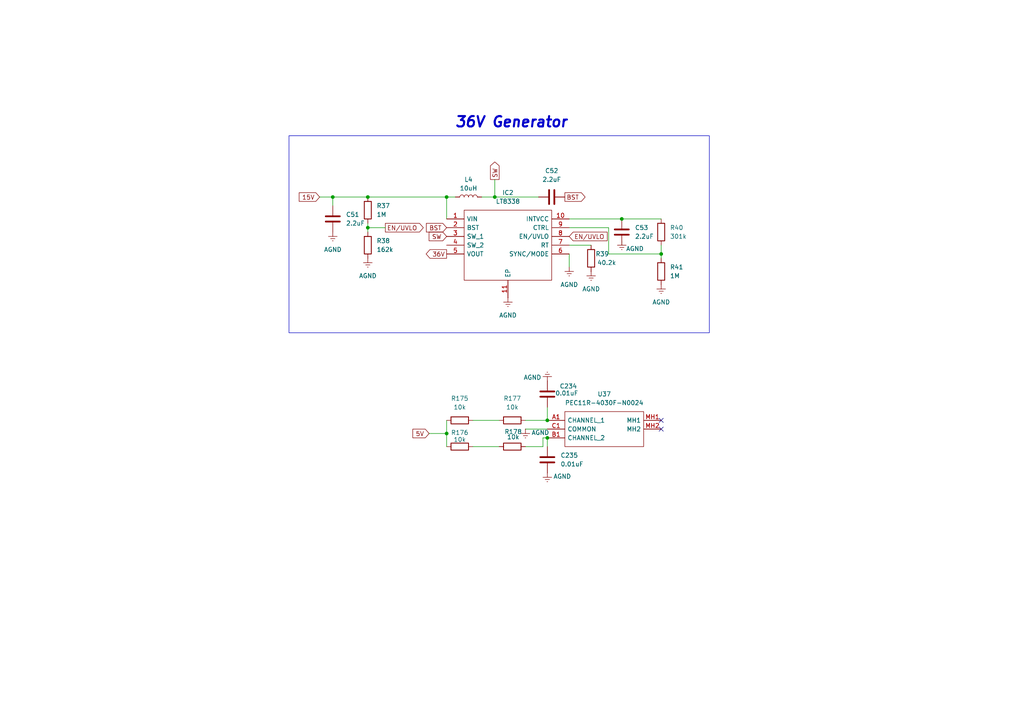
<source format=kicad_sch>
(kicad_sch
	(version 20231120)
	(generator "eeschema")
	(generator_version "8.0")
	(uuid "2b16cd04-988f-478a-8d1d-a3df4d9ab2d0")
	(paper "A4")
	(title_block
		(company "Michael Meyers")
	)
	(lib_symbols
		(symbol "Device:C"
			(pin_numbers hide)
			(pin_names
				(offset 0.254)
			)
			(exclude_from_sim no)
			(in_bom yes)
			(on_board yes)
			(property "Reference" "C"
				(at 0.635 2.54 0)
				(effects
					(font
						(size 1.27 1.27)
					)
					(justify left)
				)
			)
			(property "Value" "C"
				(at 0.635 -2.54 0)
				(effects
					(font
						(size 1.27 1.27)
					)
					(justify left)
				)
			)
			(property "Footprint" ""
				(at 0.9652 -3.81 0)
				(effects
					(font
						(size 1.27 1.27)
					)
					(hide yes)
				)
			)
			(property "Datasheet" "~"
				(at 0 0 0)
				(effects
					(font
						(size 1.27 1.27)
					)
					(hide yes)
				)
			)
			(property "Description" "Unpolarized capacitor"
				(at 0 0 0)
				(effects
					(font
						(size 1.27 1.27)
					)
					(hide yes)
				)
			)
			(property "ki_keywords" "cap capacitor"
				(at 0 0 0)
				(effects
					(font
						(size 1.27 1.27)
					)
					(hide yes)
				)
			)
			(property "ki_fp_filters" "C_*"
				(at 0 0 0)
				(effects
					(font
						(size 1.27 1.27)
					)
					(hide yes)
				)
			)
			(symbol "C_0_1"
				(polyline
					(pts
						(xy -2.032 -0.762) (xy 2.032 -0.762)
					)
					(stroke
						(width 0.508)
						(type default)
					)
					(fill
						(type none)
					)
				)
				(polyline
					(pts
						(xy -2.032 0.762) (xy 2.032 0.762)
					)
					(stroke
						(width 0.508)
						(type default)
					)
					(fill
						(type none)
					)
				)
			)
			(symbol "C_1_1"
				(pin passive line
					(at 0 3.81 270)
					(length 2.794)
					(name "~"
						(effects
							(font
								(size 1.27 1.27)
							)
						)
					)
					(number "1"
						(effects
							(font
								(size 1.27 1.27)
							)
						)
					)
				)
				(pin passive line
					(at 0 -3.81 90)
					(length 2.794)
					(name "~"
						(effects
							(font
								(size 1.27 1.27)
							)
						)
					)
					(number "2"
						(effects
							(font
								(size 1.27 1.27)
							)
						)
					)
				)
			)
		)
		(symbol "Device:L"
			(pin_numbers hide)
			(pin_names
				(offset 1.016) hide)
			(exclude_from_sim no)
			(in_bom yes)
			(on_board yes)
			(property "Reference" "L"
				(at -1.27 0 90)
				(effects
					(font
						(size 1.27 1.27)
					)
				)
			)
			(property "Value" "L"
				(at 1.905 0 90)
				(effects
					(font
						(size 1.27 1.27)
					)
				)
			)
			(property "Footprint" ""
				(at 0 0 0)
				(effects
					(font
						(size 1.27 1.27)
					)
					(hide yes)
				)
			)
			(property "Datasheet" "~"
				(at 0 0 0)
				(effects
					(font
						(size 1.27 1.27)
					)
					(hide yes)
				)
			)
			(property "Description" "Inductor"
				(at 0 0 0)
				(effects
					(font
						(size 1.27 1.27)
					)
					(hide yes)
				)
			)
			(property "ki_keywords" "inductor choke coil reactor magnetic"
				(at 0 0 0)
				(effects
					(font
						(size 1.27 1.27)
					)
					(hide yes)
				)
			)
			(property "ki_fp_filters" "Choke_* *Coil* Inductor_* L_*"
				(at 0 0 0)
				(effects
					(font
						(size 1.27 1.27)
					)
					(hide yes)
				)
			)
			(symbol "L_0_1"
				(arc
					(start 0 -2.54)
					(mid 0.6323 -1.905)
					(end 0 -1.27)
					(stroke
						(width 0)
						(type default)
					)
					(fill
						(type none)
					)
				)
				(arc
					(start 0 -1.27)
					(mid 0.6323 -0.635)
					(end 0 0)
					(stroke
						(width 0)
						(type default)
					)
					(fill
						(type none)
					)
				)
				(arc
					(start 0 0)
					(mid 0.6323 0.635)
					(end 0 1.27)
					(stroke
						(width 0)
						(type default)
					)
					(fill
						(type none)
					)
				)
				(arc
					(start 0 1.27)
					(mid 0.6323 1.905)
					(end 0 2.54)
					(stroke
						(width 0)
						(type default)
					)
					(fill
						(type none)
					)
				)
			)
			(symbol "L_1_1"
				(pin passive line
					(at 0 3.81 270)
					(length 1.27)
					(name "1"
						(effects
							(font
								(size 1.27 1.27)
							)
						)
					)
					(number "1"
						(effects
							(font
								(size 1.27 1.27)
							)
						)
					)
				)
				(pin passive line
					(at 0 -3.81 90)
					(length 1.27)
					(name "2"
						(effects
							(font
								(size 1.27 1.27)
							)
						)
					)
					(number "2"
						(effects
							(font
								(size 1.27 1.27)
							)
						)
					)
				)
			)
		)
		(symbol "Device:R"
			(pin_numbers hide)
			(pin_names
				(offset 0)
			)
			(exclude_from_sim no)
			(in_bom yes)
			(on_board yes)
			(property "Reference" "R"
				(at 2.032 0 90)
				(effects
					(font
						(size 1.27 1.27)
					)
				)
			)
			(property "Value" "R"
				(at 0 0 90)
				(effects
					(font
						(size 1.27 1.27)
					)
				)
			)
			(property "Footprint" ""
				(at -1.778 0 90)
				(effects
					(font
						(size 1.27 1.27)
					)
					(hide yes)
				)
			)
			(property "Datasheet" "~"
				(at 0 0 0)
				(effects
					(font
						(size 1.27 1.27)
					)
					(hide yes)
				)
			)
			(property "Description" "Resistor"
				(at 0 0 0)
				(effects
					(font
						(size 1.27 1.27)
					)
					(hide yes)
				)
			)
			(property "ki_keywords" "R res resistor"
				(at 0 0 0)
				(effects
					(font
						(size 1.27 1.27)
					)
					(hide yes)
				)
			)
			(property "ki_fp_filters" "R_*"
				(at 0 0 0)
				(effects
					(font
						(size 1.27 1.27)
					)
					(hide yes)
				)
			)
			(symbol "R_0_1"
				(rectangle
					(start -1.016 -2.54)
					(end 1.016 2.54)
					(stroke
						(width 0.254)
						(type default)
					)
					(fill
						(type none)
					)
				)
			)
			(symbol "R_1_1"
				(pin passive line
					(at 0 3.81 270)
					(length 1.27)
					(name "~"
						(effects
							(font
								(size 1.27 1.27)
							)
						)
					)
					(number "1"
						(effects
							(font
								(size 1.27 1.27)
							)
						)
					)
				)
				(pin passive line
					(at 0 -3.81 90)
					(length 1.27)
					(name "~"
						(effects
							(font
								(size 1.27 1.27)
							)
						)
					)
					(number "2"
						(effects
							(font
								(size 1.27 1.27)
							)
						)
					)
				)
			)
		)
		(symbol "SamacSys_Parts:PEC11R-4030F-N0024"
			(pin_names
				(offset 0.762)
			)
			(exclude_from_sim no)
			(in_bom yes)
			(on_board yes)
			(property "Reference" "U"
				(at 29.21 7.62 0)
				(effects
					(font
						(size 1.27 1.27)
					)
					(justify left)
				)
			)
			(property "Value" "PEC11R-4030F-N0024"
				(at 29.21 5.08 0)
				(effects
					(font
						(size 1.27 1.27)
					)
					(justify left)
				)
			)
			(property "Footprint" "PEC11R4030FN0024"
				(at 29.21 2.54 0)
				(effects
					(font
						(size 1.27 1.27)
					)
					(justify left)
					(hide yes)
				)
			)
			(property "Datasheet" "https://www.bourns.com/docs/Product-Datasheets/PEC11R.pdf"
				(at 29.21 0 0)
				(effects
					(font
						(size 1.27 1.27)
					)
					(justify left)
					(hide yes)
				)
			)
			(property "Description" "Rotary Encoder Mechanical 24 Quadrature (Incremental) Vertical 6mm Dia Flatted End"
				(at 0 0 0)
				(effects
					(font
						(size 1.27 1.27)
					)
					(hide yes)
				)
			)
			(property "Description_1" "Rotary Encoder Mechanical 24 Quadrature (Incremental) Vertical 6mm Dia Flatted End"
				(at 29.21 -2.54 0)
				(effects
					(font
						(size 1.27 1.27)
					)
					(justify left)
					(hide yes)
				)
			)
			(property "Height" "36.5"
				(at 29.21 -5.08 0)
				(effects
					(font
						(size 1.27 1.27)
					)
					(justify left)
					(hide yes)
				)
			)
			(property "Manufacturer_Name" "Bourns"
				(at 29.21 -7.62 0)
				(effects
					(font
						(size 1.27 1.27)
					)
					(justify left)
					(hide yes)
				)
			)
			(property "Manufacturer_Part_Number" "PEC11R-4030F-N0024"
				(at 29.21 -10.16 0)
				(effects
					(font
						(size 1.27 1.27)
					)
					(justify left)
					(hide yes)
				)
			)
			(property "Mouser Part Number" "652-PEC11R4030FN0024"
				(at 29.21 -12.7 0)
				(effects
					(font
						(size 1.27 1.27)
					)
					(justify left)
					(hide yes)
				)
			)
			(property "Mouser Price/Stock" "https://www.mouser.co.uk/ProductDetail/Bourns/PEC11R-4030F-N0024?qs=Zq5ylnUbLm5njkyDtMH5bA%3D%3D"
				(at 29.21 -15.24 0)
				(effects
					(font
						(size 1.27 1.27)
					)
					(justify left)
					(hide yes)
				)
			)
			(property "Arrow Part Number" ""
				(at 29.21 -17.78 0)
				(effects
					(font
						(size 1.27 1.27)
					)
					(justify left)
					(hide yes)
				)
			)
			(property "Arrow Price/Stock" ""
				(at 29.21 -20.32 0)
				(effects
					(font
						(size 1.27 1.27)
					)
					(justify left)
					(hide yes)
				)
			)
			(symbol "PEC11R-4030F-N0024_0_0"
				(pin passive line
					(at 0 0 0)
					(length 5.08)
					(name "CHANNEL_1"
						(effects
							(font
								(size 1.27 1.27)
							)
						)
					)
					(number "A1"
						(effects
							(font
								(size 1.27 1.27)
							)
						)
					)
				)
				(pin passive line
					(at 0 -5.08 0)
					(length 5.08)
					(name "CHANNEL_2"
						(effects
							(font
								(size 1.27 1.27)
							)
						)
					)
					(number "B1"
						(effects
							(font
								(size 1.27 1.27)
							)
						)
					)
				)
				(pin passive line
					(at 0 -2.54 0)
					(length 5.08)
					(name "COMMON"
						(effects
							(font
								(size 1.27 1.27)
							)
						)
					)
					(number "C1"
						(effects
							(font
								(size 1.27 1.27)
							)
						)
					)
				)
				(pin passive line
					(at 33.02 0 180)
					(length 5.08)
					(name "MH1"
						(effects
							(font
								(size 1.27 1.27)
							)
						)
					)
					(number "MH1"
						(effects
							(font
								(size 1.27 1.27)
							)
						)
					)
				)
				(pin passive line
					(at 33.02 -2.54 180)
					(length 5.08)
					(name "MH2"
						(effects
							(font
								(size 1.27 1.27)
							)
						)
					)
					(number "MH2"
						(effects
							(font
								(size 1.27 1.27)
							)
						)
					)
				)
			)
			(symbol "PEC11R-4030F-N0024_0_1"
				(polyline
					(pts
						(xy 5.08 2.54) (xy 27.94 2.54) (xy 27.94 -7.62) (xy 5.08 -7.62) (xy 5.08 2.54)
					)
					(stroke
						(width 0.1524)
						(type solid)
					)
					(fill
						(type none)
					)
				)
			)
		)
		(symbol "SamacSys_Parts:lt8338"
			(pin_names
				(offset 0.762)
			)
			(exclude_from_sim no)
			(in_bom yes)
			(on_board yes)
			(property "Reference" "IC"
				(at 31.75 7.62 0)
				(effects
					(font
						(size 1.27 1.27)
					)
					(justify left)
				)
			)
			(property "Value" "lt8338"
				(at 31.75 5.08 0)
				(effects
					(font
						(size 1.27 1.27)
					)
					(justify left)
				)
			)
			(property "Footprint" "SOP50P490X110-11N"
				(at 31.75 2.54 0)
				(effects
					(font
						(size 1.27 1.27)
					)
					(justify left)
					(hide yes)
				)
			)
			(property "Datasheet" "https://www.analog.com/media/en/technical-documentation/data-sheets/lt8338.pdf"
				(at 31.75 0 0)
				(effects
					(font
						(size 1.27 1.27)
					)
					(justify left)
					(hide yes)
				)
			)
			(property "Description" "Wide Input Voltage Range: 3.0V to 40V"
				(at 0 0 0)
				(effects
					(font
						(size 1.27 1.27)
					)
					(hide yes)
				)
			)
			(property "Description_1" "Wide Input Voltage Range: 3.0V to 40V"
				(at 31.75 -2.54 0)
				(effects
					(font
						(size 1.27 1.27)
					)
					(justify left)
					(hide yes)
				)
			)
			(property "Height" "1.1"
				(at 31.75 -5.08 0)
				(effects
					(font
						(size 1.27 1.27)
					)
					(justify left)
					(hide yes)
				)
			)
			(property "Manufacturer_Name" "Analog Devices"
				(at 31.75 -7.62 0)
				(effects
					(font
						(size 1.27 1.27)
					)
					(justify left)
					(hide yes)
				)
			)
			(property "Manufacturer_Part_Number" "lt8338"
				(at 31.75 -10.16 0)
				(effects
					(font
						(size 1.27 1.27)
					)
					(justify left)
					(hide yes)
				)
			)
			(property "Mouser Part Number" "N/A"
				(at 31.75 -12.7 0)
				(effects
					(font
						(size 1.27 1.27)
					)
					(justify left)
					(hide yes)
				)
			)
			(property "Mouser Price/Stock" "https://www.mouser.co.uk/ProductDetail/Analog-Devices/LT8338?qs=Imq1NPwxi76sIOAVJWs6LA%3D%3D"
				(at 31.75 -15.24 0)
				(effects
					(font
						(size 1.27 1.27)
					)
					(justify left)
					(hide yes)
				)
			)
			(property "Arrow Part Number" ""
				(at 31.75 -17.78 0)
				(effects
					(font
						(size 1.27 1.27)
					)
					(justify left)
					(hide yes)
				)
			)
			(property "Arrow Price/Stock" ""
				(at 31.75 -20.32 0)
				(effects
					(font
						(size 1.27 1.27)
					)
					(justify left)
					(hide yes)
				)
			)
			(symbol "lt8338_0_0"
				(pin passive line
					(at 0 0 0)
					(length 5.08)
					(name "VIN"
						(effects
							(font
								(size 1.27 1.27)
							)
						)
					)
					(number "1"
						(effects
							(font
								(size 1.27 1.27)
							)
						)
					)
				)
				(pin passive line
					(at 35.56 0 180)
					(length 5.08)
					(name "INTVCC"
						(effects
							(font
								(size 1.27 1.27)
							)
						)
					)
					(number "10"
						(effects
							(font
								(size 1.27 1.27)
							)
						)
					)
				)
				(pin passive line
					(at 17.78 -22.86 90)
					(length 5.08)
					(name "EP"
						(effects
							(font
								(size 1.27 1.27)
							)
						)
					)
					(number "11"
						(effects
							(font
								(size 1.27 1.27)
							)
						)
					)
				)
				(pin passive line
					(at 0 -2.54 0)
					(length 5.08)
					(name "BST"
						(effects
							(font
								(size 1.27 1.27)
							)
						)
					)
					(number "2"
						(effects
							(font
								(size 1.27 1.27)
							)
						)
					)
				)
				(pin passive line
					(at 0 -5.08 0)
					(length 5.08)
					(name "SW_1"
						(effects
							(font
								(size 1.27 1.27)
							)
						)
					)
					(number "3"
						(effects
							(font
								(size 1.27 1.27)
							)
						)
					)
				)
				(pin passive line
					(at 0 -7.62 0)
					(length 5.08)
					(name "SW_2"
						(effects
							(font
								(size 1.27 1.27)
							)
						)
					)
					(number "4"
						(effects
							(font
								(size 1.27 1.27)
							)
						)
					)
				)
				(pin passive line
					(at 0 -10.16 0)
					(length 5.08)
					(name "VOUT"
						(effects
							(font
								(size 1.27 1.27)
							)
						)
					)
					(number "5"
						(effects
							(font
								(size 1.27 1.27)
							)
						)
					)
				)
				(pin passive line
					(at 35.56 -10.16 180)
					(length 5.08)
					(name "SYNC/MODE"
						(effects
							(font
								(size 1.27 1.27)
							)
						)
					)
					(number "6"
						(effects
							(font
								(size 1.27 1.27)
							)
						)
					)
				)
				(pin passive line
					(at 35.56 -7.62 180)
					(length 5.08)
					(name "RT"
						(effects
							(font
								(size 1.27 1.27)
							)
						)
					)
					(number "7"
						(effects
							(font
								(size 1.27 1.27)
							)
						)
					)
				)
				(pin passive line
					(at 35.56 -5.08 180)
					(length 5.08)
					(name "EN/UVLO"
						(effects
							(font
								(size 1.27 1.27)
							)
						)
					)
					(number "8"
						(effects
							(font
								(size 1.27 1.27)
							)
						)
					)
				)
				(pin passive line
					(at 35.56 -2.54 180)
					(length 5.08)
					(name "CTRL"
						(effects
							(font
								(size 1.27 1.27)
							)
						)
					)
					(number "9"
						(effects
							(font
								(size 1.27 1.27)
							)
						)
					)
				)
			)
			(symbol "lt8338_0_1"
				(polyline
					(pts
						(xy 5.08 2.54) (xy 30.48 2.54) (xy 30.48 -17.78) (xy 5.08 -17.78) (xy 5.08 2.54)
					)
					(stroke
						(width 0.1524)
						(type solid)
					)
					(fill
						(type none)
					)
				)
			)
		)
		(symbol "power:Earth"
			(power)
			(pin_numbers hide)
			(pin_names
				(offset 0) hide)
			(exclude_from_sim no)
			(in_bom yes)
			(on_board yes)
			(property "Reference" "#PWR"
				(at 0 -6.35 0)
				(effects
					(font
						(size 1.27 1.27)
					)
					(hide yes)
				)
			)
			(property "Value" "Earth"
				(at 0 -3.81 0)
				(effects
					(font
						(size 1.27 1.27)
					)
				)
			)
			(property "Footprint" ""
				(at 0 0 0)
				(effects
					(font
						(size 1.27 1.27)
					)
					(hide yes)
				)
			)
			(property "Datasheet" "~"
				(at 0 0 0)
				(effects
					(font
						(size 1.27 1.27)
					)
					(hide yes)
				)
			)
			(property "Description" "Power symbol creates a global label with name \"Earth\""
				(at 0 0 0)
				(effects
					(font
						(size 1.27 1.27)
					)
					(hide yes)
				)
			)
			(property "ki_keywords" "global ground gnd"
				(at 0 0 0)
				(effects
					(font
						(size 1.27 1.27)
					)
					(hide yes)
				)
			)
			(symbol "Earth_0_1"
				(polyline
					(pts
						(xy -0.635 -1.905) (xy 0.635 -1.905)
					)
					(stroke
						(width 0)
						(type default)
					)
					(fill
						(type none)
					)
				)
				(polyline
					(pts
						(xy -0.127 -2.54) (xy 0.127 -2.54)
					)
					(stroke
						(width 0)
						(type default)
					)
					(fill
						(type none)
					)
				)
				(polyline
					(pts
						(xy 0 -1.27) (xy 0 0)
					)
					(stroke
						(width 0)
						(type default)
					)
					(fill
						(type none)
					)
				)
				(polyline
					(pts
						(xy 1.27 -1.27) (xy -1.27 -1.27)
					)
					(stroke
						(width 0)
						(type default)
					)
					(fill
						(type none)
					)
				)
			)
			(symbol "Earth_1_1"
				(pin power_in line
					(at 0 0 270)
					(length 0)
					(name "~"
						(effects
							(font
								(size 1.27 1.27)
							)
						)
					)
					(number "1"
						(effects
							(font
								(size 1.27 1.27)
							)
						)
					)
				)
			)
		)
	)
	(junction
		(at 158.75 127)
		(diameter 0)
		(color 0 0 0 0)
		(uuid "0328b810-08bc-427c-a06f-8eb30d39108c")
	)
	(junction
		(at 158.75 121.92)
		(diameter 0)
		(color 0 0 0 0)
		(uuid "06df12c2-e00b-4866-a8c7-c3add4b2bca4")
	)
	(junction
		(at 106.68 66.04)
		(diameter 0)
		(color 0 0 0 0)
		(uuid "16ba7351-16cb-4af5-8898-07acd0efd546")
	)
	(junction
		(at 180.34 63.5)
		(diameter 0)
		(color 0 0 0 0)
		(uuid "1e58d081-272a-4d3c-adc2-1a802b1b6faa")
	)
	(junction
		(at 143.51 57.15)
		(diameter 0)
		(color 0 0 0 0)
		(uuid "20ddcb6d-82e2-4eac-9954-87294f58a6c8")
	)
	(junction
		(at 191.77 73.66)
		(diameter 0)
		(color 0 0 0 0)
		(uuid "25b088a0-ed5e-4ee2-a193-e56196e44282")
	)
	(junction
		(at 96.52 57.15)
		(diameter 0)
		(color 0 0 0 0)
		(uuid "8f2388b9-97fb-4a3a-8d1f-f6658a508297")
	)
	(junction
		(at 129.54 57.15)
		(diameter 0)
		(color 0 0 0 0)
		(uuid "c566d882-d117-4864-8e8e-34f6b7b99786")
	)
	(junction
		(at 129.54 125.73)
		(diameter 0)
		(color 0 0 0 0)
		(uuid "ed0eace2-10b6-421d-82cf-82b469e983f7")
	)
	(junction
		(at 106.68 57.15)
		(diameter 0)
		(color 0 0 0 0)
		(uuid "f7b929ec-5de3-475a-b7b2-43df07c20cf3")
	)
	(no_connect
		(at 191.77 121.92)
		(uuid "4631376e-7d26-4e9d-bb70-230a39001fdc")
	)
	(no_connect
		(at 191.77 124.46)
		(uuid "7c36c596-8bea-4792-9908-f57f7e1c7c37")
	)
	(wire
		(pts
			(xy 157.48 129.54) (xy 157.48 127)
		)
		(stroke
			(width 0)
			(type default)
		)
		(uuid "00425676-c7eb-4584-90ea-d07fda1e1500")
	)
	(wire
		(pts
			(xy 165.1 73.66) (xy 165.1 77.47)
		)
		(stroke
			(width 0)
			(type default)
		)
		(uuid "01336c44-472a-4a40-ae7c-a57305cfb2c3")
	)
	(wire
		(pts
			(xy 139.7 57.15) (xy 143.51 57.15)
		)
		(stroke
			(width 0)
			(type default)
		)
		(uuid "13cd4fdd-e126-4a49-a884-07307ce2493a")
	)
	(wire
		(pts
			(xy 165.1 66.04) (xy 176.53 66.04)
		)
		(stroke
			(width 0)
			(type default)
		)
		(uuid "181bb77e-da54-4c6d-9b35-e9e509c32f0a")
	)
	(wire
		(pts
			(xy 96.52 57.15) (xy 106.68 57.15)
		)
		(stroke
			(width 0)
			(type default)
		)
		(uuid "1bd4b056-4392-47cc-95fc-576a8fd91cd4")
	)
	(wire
		(pts
			(xy 180.34 63.5) (xy 191.77 63.5)
		)
		(stroke
			(width 0)
			(type default)
		)
		(uuid "264d897e-07cf-41c9-85a8-90a21c598fa8")
	)
	(wire
		(pts
			(xy 129.54 57.15) (xy 129.54 63.5)
		)
		(stroke
			(width 0)
			(type default)
		)
		(uuid "2cd502fb-521d-40b3-bb8d-f770348064ff")
	)
	(wire
		(pts
			(xy 106.68 66.04) (xy 106.68 67.31)
		)
		(stroke
			(width 0)
			(type default)
		)
		(uuid "30a2863c-f87d-468e-a886-9dcf7839efe9")
	)
	(wire
		(pts
			(xy 191.77 73.66) (xy 191.77 74.93)
		)
		(stroke
			(width 0)
			(type default)
		)
		(uuid "344820a4-25b8-4e47-bd73-4cc8736ea2b2")
	)
	(wire
		(pts
			(xy 106.68 66.04) (xy 111.76 66.04)
		)
		(stroke
			(width 0)
			(type default)
		)
		(uuid "66d3a610-2c63-4b0e-934d-9f4ab4ca23cc")
	)
	(wire
		(pts
			(xy 129.54 57.15) (xy 132.08 57.15)
		)
		(stroke
			(width 0)
			(type default)
		)
		(uuid "6a634fff-b09e-4321-bec9-57d940df8dcb")
	)
	(wire
		(pts
			(xy 165.1 63.5) (xy 180.34 63.5)
		)
		(stroke
			(width 0)
			(type default)
		)
		(uuid "72191fa2-68c3-4554-8f9f-66cd700043a9")
	)
	(wire
		(pts
			(xy 129.54 125.73) (xy 129.54 129.54)
		)
		(stroke
			(width 0)
			(type default)
		)
		(uuid "79deecaf-b691-4181-9d9f-4cde0d0454ec")
	)
	(wire
		(pts
			(xy 180.34 69.85) (xy 180.34 71.12)
		)
		(stroke
			(width 0)
			(type default)
		)
		(uuid "7d48b2f6-0f51-40b6-a2d9-233a94527558")
	)
	(wire
		(pts
			(xy 165.1 71.12) (xy 171.45 71.12)
		)
		(stroke
			(width 0)
			(type default)
		)
		(uuid "7d5d0fec-e3bc-4e86-9285-ef9eb49bf319")
	)
	(wire
		(pts
			(xy 143.51 52.07) (xy 143.51 57.15)
		)
		(stroke
			(width 0)
			(type default)
		)
		(uuid "80cac8bb-747c-45bd-bab4-b0dfc18315fd")
	)
	(wire
		(pts
			(xy 152.4 129.54) (xy 157.48 129.54)
		)
		(stroke
			(width 0)
			(type default)
		)
		(uuid "8d24fad0-7ec8-4a01-9f59-2b48aea148de")
	)
	(wire
		(pts
			(xy 137.16 121.92) (xy 144.78 121.92)
		)
		(stroke
			(width 0)
			(type default)
		)
		(uuid "93869dc8-ae89-40e0-be76-d07871107824")
	)
	(wire
		(pts
			(xy 96.52 57.15) (xy 96.52 59.69)
		)
		(stroke
			(width 0)
			(type default)
		)
		(uuid "9b6730e1-754a-4410-8d78-a573756b03e3")
	)
	(wire
		(pts
			(xy 191.77 71.12) (xy 191.77 73.66)
		)
		(stroke
			(width 0)
			(type default)
		)
		(uuid "a4d064e6-0d29-4c81-9959-06098c43dcdd")
	)
	(wire
		(pts
			(xy 106.68 57.15) (xy 129.54 57.15)
		)
		(stroke
			(width 0)
			(type default)
		)
		(uuid "ac68dc4c-5087-48f6-9ef1-0ef05990aa21")
	)
	(wire
		(pts
			(xy 176.53 73.66) (xy 191.77 73.66)
		)
		(stroke
			(width 0)
			(type default)
		)
		(uuid "b0212a8b-8954-4e39-9361-4bbc82c2486c")
	)
	(wire
		(pts
			(xy 106.68 64.77) (xy 106.68 66.04)
		)
		(stroke
			(width 0)
			(type default)
		)
		(uuid "b3d42d3d-75e5-49a2-a083-4fed84ec10eb")
	)
	(wire
		(pts
			(xy 152.4 121.92) (xy 158.75 121.92)
		)
		(stroke
			(width 0)
			(type default)
		)
		(uuid "b5027457-06a7-46c0-9e8b-3da63de83203")
	)
	(wire
		(pts
			(xy 176.53 66.04) (xy 176.53 73.66)
		)
		(stroke
			(width 0)
			(type default)
		)
		(uuid "b7b8619a-e080-487c-aef0-22a819494a68")
	)
	(wire
		(pts
			(xy 137.16 129.54) (xy 144.78 129.54)
		)
		(stroke
			(width 0)
			(type default)
		)
		(uuid "d89e2c16-2635-4155-b75d-6d7bebf18efb")
	)
	(wire
		(pts
			(xy 92.71 57.15) (xy 96.52 57.15)
		)
		(stroke
			(width 0)
			(type default)
		)
		(uuid "d952269c-d655-4b7b-bcd5-9364278069ac")
	)
	(wire
		(pts
			(xy 158.75 127) (xy 158.75 129.54)
		)
		(stroke
			(width 0)
			(type default)
		)
		(uuid "d9f54e2d-d62e-44e1-bed8-5410c677396a")
	)
	(wire
		(pts
			(xy 129.54 125.73) (xy 129.54 121.92)
		)
		(stroke
			(width 0)
			(type default)
		)
		(uuid "dad3ffd8-3fe4-43a9-bd16-48b05bc1b1f3")
	)
	(wire
		(pts
			(xy 158.75 118.11) (xy 158.75 121.92)
		)
		(stroke
			(width 0)
			(type default)
		)
		(uuid "e0cf1681-a661-472b-b3e8-2c577063b205")
	)
	(wire
		(pts
			(xy 157.48 127) (xy 158.75 127)
		)
		(stroke
			(width 0)
			(type default)
		)
		(uuid "e935d35d-bc51-4c74-8bda-5eac0cc3ed01")
	)
	(wire
		(pts
			(xy 152.4 124.46) (xy 158.75 124.46)
		)
		(stroke
			(width 0)
			(type default)
		)
		(uuid "eb96dd21-432f-4b30-8dbf-0f73611cd1a2")
	)
	(wire
		(pts
			(xy 143.51 57.15) (xy 156.21 57.15)
		)
		(stroke
			(width 0)
			(type default)
		)
		(uuid "f7ac992c-a18d-4b57-8b65-0e3bc3abefc0")
	)
	(wire
		(pts
			(xy 124.46 125.73) (xy 129.54 125.73)
		)
		(stroke
			(width 0)
			(type default)
		)
		(uuid "fbe42a6b-0d24-4ffc-beaa-6f567a2fe903")
	)
	(rectangle
		(start 83.82 39.37)
		(end 205.74 96.52)
		(stroke
			(width 0)
			(type default)
		)
		(fill
			(type none)
		)
		(uuid ad00ccf8-00a2-4068-89b0-70f93891d087)
	)
	(text "36V Generator"
		(exclude_from_sim no)
		(at 148.336 35.56 0)
		(effects
			(font
				(size 3 3)
				(thickness 0.6)
				(bold yes)
				(italic yes)
			)
		)
		(uuid "7f0305ee-f431-4160-aba5-3ffbf40ca7cf")
	)
	(global_label "36V"
		(shape output)
		(at 129.54 73.66 180)
		(fields_autoplaced yes)
		(effects
			(font
				(size 1.27 1.27)
			)
			(justify right)
		)
		(uuid "07163eef-3b10-4398-ad84-c1288e228bbe")
		(property "Intersheetrefs" "${INTERSHEET_REFS}"
			(at 123.0472 73.66 0)
			(effects
				(font
					(size 1.27 1.27)
				)
				(justify right)
				(hide yes)
			)
		)
	)
	(global_label "BST"
		(shape output)
		(at 163.83 57.15 0)
		(fields_autoplaced yes)
		(effects
			(font
				(size 1.27 1.27)
			)
			(justify left)
		)
		(uuid "1c36d0a3-e9ca-4838-8a33-af82ca3816fe")
		(property "Intersheetrefs" "${INTERSHEET_REFS}"
			(at 170.2623 57.15 0)
			(effects
				(font
					(size 1.27 1.27)
				)
				(justify left)
				(hide yes)
			)
		)
	)
	(global_label "EN{slash}UVLO"
		(shape input)
		(at 165.1 68.58 0)
		(fields_autoplaced yes)
		(effects
			(font
				(size 1.27 1.27)
			)
			(justify left)
		)
		(uuid "3149d7cf-9ad3-4274-8db1-cc7372cf83ab")
		(property "Intersheetrefs" "${INTERSHEET_REFS}"
			(at 176.6729 68.58 0)
			(effects
				(font
					(size 1.27 1.27)
				)
				(justify left)
				(hide yes)
			)
		)
	)
	(global_label "SW"
		(shape output)
		(at 143.51 52.07 90)
		(fields_autoplaced yes)
		(effects
			(font
				(size 1.27 1.27)
			)
			(justify left)
		)
		(uuid "321c7f2c-3a97-44bd-8179-dcac783e17cf")
		(property "Intersheetrefs" "${INTERSHEET_REFS}"
			(at 143.51 46.4239 90)
			(effects
				(font
					(size 1.27 1.27)
				)
				(justify left)
				(hide yes)
			)
		)
	)
	(global_label "EN{slash}UVLO"
		(shape output)
		(at 111.76 66.04 0)
		(fields_autoplaced yes)
		(effects
			(font
				(size 1.27 1.27)
			)
			(justify left)
		)
		(uuid "46051fec-63db-4519-b1d9-f51fd78204e2")
		(property "Intersheetrefs" "${INTERSHEET_REFS}"
			(at 123.3329 66.04 0)
			(effects
				(font
					(size 1.27 1.27)
				)
				(justify left)
				(hide yes)
			)
		)
	)
	(global_label "BST"
		(shape input)
		(at 129.54 66.04 180)
		(fields_autoplaced yes)
		(effects
			(font
				(size 1.27 1.27)
			)
			(justify right)
		)
		(uuid "99bfc85e-a577-4599-9d0a-0e7d9357f9c1")
		(property "Intersheetrefs" "${INTERSHEET_REFS}"
			(at 123.1077 66.04 0)
			(effects
				(font
					(size 1.27 1.27)
				)
				(justify right)
				(hide yes)
			)
		)
	)
	(global_label "SW"
		(shape input)
		(at 129.54 68.58 180)
		(fields_autoplaced yes)
		(effects
			(font
				(size 1.27 1.27)
			)
			(justify right)
		)
		(uuid "bfc8363a-844b-4c23-bca3-34d43cfbc849")
		(property "Intersheetrefs" "${INTERSHEET_REFS}"
			(at 123.8939 68.58 0)
			(effects
				(font
					(size 1.27 1.27)
				)
				(justify right)
				(hide yes)
			)
		)
	)
	(global_label "5V"
		(shape input)
		(at 124.46 125.73 180)
		(fields_autoplaced yes)
		(effects
			(font
				(size 1.27 1.27)
			)
			(justify right)
		)
		(uuid "eb9301ab-f9c7-4666-8a89-9b666ccf6013")
		(property "Intersheetrefs" "${INTERSHEET_REFS}"
			(at 119.1767 125.73 0)
			(effects
				(font
					(size 1.27 1.27)
				)
				(justify right)
				(hide yes)
			)
		)
	)
	(global_label "15V"
		(shape input)
		(at 92.71 57.15 180)
		(fields_autoplaced yes)
		(effects
			(font
				(size 1.27 1.27)
			)
			(justify right)
		)
		(uuid "fa44b068-c2de-4a65-be7c-c4233d8c4c91")
		(property "Intersheetrefs" "${INTERSHEET_REFS}"
			(at 86.2172 57.15 0)
			(effects
				(font
					(size 1.27 1.27)
				)
				(justify right)
				(hide yes)
			)
		)
	)
	(symbol
		(lib_id "Device:C")
		(at 160.02 57.15 90)
		(unit 1)
		(exclude_from_sim no)
		(in_bom yes)
		(on_board yes)
		(dnp no)
		(fields_autoplaced yes)
		(uuid "073598f8-62e4-4411-bb3a-af967b1f3f1f")
		(property "Reference" "C52"
			(at 160.02 49.53 90)
			(effects
				(font
					(size 1.27 1.27)
				)
			)
		)
		(property "Value" "2.2uF"
			(at 160.02 52.07 90)
			(effects
				(font
					(size 1.27 1.27)
				)
			)
		)
		(property "Footprint" "Capacitor_SMD:C_0402_1005Metric"
			(at 163.83 56.1848 0)
			(effects
				(font
					(size 1.27 1.27)
				)
				(hide yes)
			)
		)
		(property "Datasheet" "~"
			(at 160.02 57.15 0)
			(effects
				(font
					(size 1.27 1.27)
				)
				(hide yes)
			)
		)
		(property "Description" "Unpolarized capacitor"
			(at 160.02 57.15 0)
			(effects
				(font
					(size 1.27 1.27)
				)
				(hide yes)
			)
		)
		(pin "1"
			(uuid "9d6a70e5-aaa5-4c13-b649-20dcb192b9fa")
		)
		(pin "2"
			(uuid "0f770795-ebd6-4e39-b015-c88d29e2f88c")
		)
		(instances
			(project "Power_Supplies"
				(path "/5266cf9e-da90-4c53-80fd-cf3dbed42632/873b4819-32e6-40de-93d6-23cb6a01b934"
					(reference "C52")
					(unit 1)
				)
			)
		)
	)
	(symbol
		(lib_id "power:Earth")
		(at 106.68 74.93 0)
		(unit 1)
		(exclude_from_sim no)
		(in_bom yes)
		(on_board yes)
		(dnp no)
		(fields_autoplaced yes)
		(uuid "0d2ea1a1-effe-44dc-aa42-6799334c0eab")
		(property "Reference" "#PWR053"
			(at 106.68 81.28 0)
			(effects
				(font
					(size 1.27 1.27)
				)
				(hide yes)
			)
		)
		(property "Value" "AGND"
			(at 106.68 80.01 0)
			(effects
				(font
					(size 1.27 1.27)
				)
			)
		)
		(property "Footprint" ""
			(at 106.68 74.93 0)
			(effects
				(font
					(size 1.27 1.27)
				)
				(hide yes)
			)
		)
		(property "Datasheet" "~"
			(at 106.68 74.93 0)
			(effects
				(font
					(size 1.27 1.27)
				)
				(hide yes)
			)
		)
		(property "Description" "Power symbol creates a global label with name \"Earth\""
			(at 106.68 74.93 0)
			(effects
				(font
					(size 1.27 1.27)
				)
				(hide yes)
			)
		)
		(pin "1"
			(uuid "0ff4461e-1baa-40e1-85f4-103b37bb312c")
		)
		(instances
			(project "Power_Supplies"
				(path "/5266cf9e-da90-4c53-80fd-cf3dbed42632/873b4819-32e6-40de-93d6-23cb6a01b934"
					(reference "#PWR053")
					(unit 1)
				)
			)
		)
	)
	(symbol
		(lib_id "power:Earth")
		(at 171.45 78.74 0)
		(unit 1)
		(exclude_from_sim no)
		(in_bom yes)
		(on_board yes)
		(dnp no)
		(fields_autoplaced yes)
		(uuid "1cf8554e-8544-4fc9-96fa-e3882e3d157d")
		(property "Reference" "#PWR056"
			(at 171.45 85.09 0)
			(effects
				(font
					(size 1.27 1.27)
				)
				(hide yes)
			)
		)
		(property "Value" "AGND"
			(at 171.45 83.82 0)
			(effects
				(font
					(size 1.27 1.27)
				)
			)
		)
		(property "Footprint" ""
			(at 171.45 78.74 0)
			(effects
				(font
					(size 1.27 1.27)
				)
				(hide yes)
			)
		)
		(property "Datasheet" "~"
			(at 171.45 78.74 0)
			(effects
				(font
					(size 1.27 1.27)
				)
				(hide yes)
			)
		)
		(property "Description" "Power symbol creates a global label with name \"Earth\""
			(at 171.45 78.74 0)
			(effects
				(font
					(size 1.27 1.27)
				)
				(hide yes)
			)
		)
		(pin "1"
			(uuid "589bdf08-e207-4e34-a584-b1bcbfbe559e")
		)
		(instances
			(project "Power_Supplies"
				(path "/5266cf9e-da90-4c53-80fd-cf3dbed42632/873b4819-32e6-40de-93d6-23cb6a01b934"
					(reference "#PWR056")
					(unit 1)
				)
			)
		)
	)
	(symbol
		(lib_id "power:Earth")
		(at 180.34 69.85 0)
		(unit 1)
		(exclude_from_sim no)
		(in_bom yes)
		(on_board yes)
		(dnp no)
		(uuid "38debb91-1a28-4764-8d09-727da7a255a6")
		(property "Reference" "#PWR057"
			(at 180.34 76.2 0)
			(effects
				(font
					(size 1.27 1.27)
				)
				(hide yes)
			)
		)
		(property "Value" "AGND"
			(at 184.15 72.136 0)
			(effects
				(font
					(size 1.27 1.27)
				)
			)
		)
		(property "Footprint" ""
			(at 180.34 69.85 0)
			(effects
				(font
					(size 1.27 1.27)
				)
				(hide yes)
			)
		)
		(property "Datasheet" "~"
			(at 180.34 69.85 0)
			(effects
				(font
					(size 1.27 1.27)
				)
				(hide yes)
			)
		)
		(property "Description" "Power symbol creates a global label with name \"Earth\""
			(at 180.34 69.85 0)
			(effects
				(font
					(size 1.27 1.27)
				)
				(hide yes)
			)
		)
		(pin "1"
			(uuid "d062ff3d-7069-4c8c-afa8-d35121d78e3e")
		)
		(instances
			(project "Power_Supplies"
				(path "/5266cf9e-da90-4c53-80fd-cf3dbed42632/873b4819-32e6-40de-93d6-23cb6a01b934"
					(reference "#PWR057")
					(unit 1)
				)
			)
		)
	)
	(symbol
		(lib_id "Device:R")
		(at 106.68 60.96 0)
		(unit 1)
		(exclude_from_sim no)
		(in_bom yes)
		(on_board yes)
		(dnp no)
		(fields_autoplaced yes)
		(uuid "5a353b95-64a8-47d0-93d4-1fe9b75fcd0e")
		(property "Reference" "R37"
			(at 109.22 59.6899 0)
			(effects
				(font
					(size 1.27 1.27)
				)
				(justify left)
			)
		)
		(property "Value" "1M"
			(at 109.22 62.2299 0)
			(effects
				(font
					(size 1.27 1.27)
				)
				(justify left)
			)
		)
		(property "Footprint" "Resistor_SMD:R_0805_2012Metric"
			(at 104.902 60.96 90)
			(effects
				(font
					(size 1.27 1.27)
				)
				(hide yes)
			)
		)
		(property "Datasheet" "~"
			(at 106.68 60.96 0)
			(effects
				(font
					(size 1.27 1.27)
				)
				(hide yes)
			)
		)
		(property "Description" "Resistor"
			(at 106.68 60.96 0)
			(effects
				(font
					(size 1.27 1.27)
				)
				(hide yes)
			)
		)
		(pin "2"
			(uuid "494ca42f-f5e1-4f3e-be22-3de7f9cce388")
		)
		(pin "1"
			(uuid "da57385c-1394-4f98-8d35-999619242e80")
		)
		(instances
			(project "Power_Supplies"
				(path "/5266cf9e-da90-4c53-80fd-cf3dbed42632/873b4819-32e6-40de-93d6-23cb6a01b934"
					(reference "R37")
					(unit 1)
				)
			)
		)
	)
	(symbol
		(lib_id "Device:C")
		(at 180.34 67.31 0)
		(unit 1)
		(exclude_from_sim no)
		(in_bom yes)
		(on_board yes)
		(dnp no)
		(fields_autoplaced yes)
		(uuid "5d454132-59f4-4e7a-a8df-e1007edab0cd")
		(property "Reference" "C53"
			(at 184.15 66.0399 0)
			(effects
				(font
					(size 1.27 1.27)
				)
				(justify left)
			)
		)
		(property "Value" "2.2uF"
			(at 184.15 68.5799 0)
			(effects
				(font
					(size 1.27 1.27)
				)
				(justify left)
			)
		)
		(property "Footprint" "Capacitor_SMD:C_0402_1005Metric"
			(at 181.3052 71.12 0)
			(effects
				(font
					(size 1.27 1.27)
				)
				(hide yes)
			)
		)
		(property "Datasheet" "~"
			(at 180.34 67.31 0)
			(effects
				(font
					(size 1.27 1.27)
				)
				(hide yes)
			)
		)
		(property "Description" "Unpolarized capacitor"
			(at 180.34 67.31 0)
			(effects
				(font
					(size 1.27 1.27)
				)
				(hide yes)
			)
		)
		(pin "1"
			(uuid "cd3036e6-0c0a-4b3f-929c-88e87d5e434f")
		)
		(pin "2"
			(uuid "688b7037-563b-41b7-b96b-a583f58a1f2a")
		)
		(instances
			(project "Power_Supplies"
				(path "/5266cf9e-da90-4c53-80fd-cf3dbed42632/873b4819-32e6-40de-93d6-23cb6a01b934"
					(reference "C53")
					(unit 1)
				)
			)
		)
	)
	(symbol
		(lib_id "Device:C")
		(at 158.75 133.35 0)
		(unit 1)
		(exclude_from_sim no)
		(in_bom yes)
		(on_board yes)
		(dnp no)
		(uuid "6823d91b-b7e0-4aa8-a377-be7c98e8bf77")
		(property "Reference" "C235"
			(at 162.56 132.0799 0)
			(effects
				(font
					(size 1.27 1.27)
				)
				(justify left)
			)
		)
		(property "Value" "0.01uF"
			(at 162.56 134.6199 0)
			(effects
				(font
					(size 1.27 1.27)
				)
				(justify left)
			)
		)
		(property "Footprint" "Capacitor_SMD:C_0402_1005Metric"
			(at 159.7152 137.16 0)
			(effects
				(font
					(size 1.27 1.27)
				)
				(hide yes)
			)
		)
		(property "Datasheet" "~"
			(at 158.75 133.35 0)
			(effects
				(font
					(size 1.27 1.27)
				)
				(hide yes)
			)
		)
		(property "Description" "Unpolarized capacitor"
			(at 158.75 133.35 0)
			(effects
				(font
					(size 1.27 1.27)
				)
				(hide yes)
			)
		)
		(pin "2"
			(uuid "db083f7f-d544-42e1-89b3-c9c43df52787")
		)
		(pin "1"
			(uuid "76e8bb3a-5d66-4c80-98c2-2163ac3e3056")
		)
		(instances
			(project "Power_Supplies"
				(path "/5266cf9e-da90-4c53-80fd-cf3dbed42632/873b4819-32e6-40de-93d6-23cb6a01b934"
					(reference "C235")
					(unit 1)
				)
			)
		)
	)
	(symbol
		(lib_id "power:Earth")
		(at 165.1 77.47 0)
		(unit 1)
		(exclude_from_sim no)
		(in_bom yes)
		(on_board yes)
		(dnp no)
		(fields_autoplaced yes)
		(uuid "73e11165-3a3d-49f2-8e9c-8eaae7f4846b")
		(property "Reference" "#PWR055"
			(at 165.1 83.82 0)
			(effects
				(font
					(size 1.27 1.27)
				)
				(hide yes)
			)
		)
		(property "Value" "AGND"
			(at 165.1 82.55 0)
			(effects
				(font
					(size 1.27 1.27)
				)
			)
		)
		(property "Footprint" ""
			(at 165.1 77.47 0)
			(effects
				(font
					(size 1.27 1.27)
				)
				(hide yes)
			)
		)
		(property "Datasheet" "~"
			(at 165.1 77.47 0)
			(effects
				(font
					(size 1.27 1.27)
				)
				(hide yes)
			)
		)
		(property "Description" "Power symbol creates a global label with name \"Earth\""
			(at 165.1 77.47 0)
			(effects
				(font
					(size 1.27 1.27)
				)
				(hide yes)
			)
		)
		(pin "1"
			(uuid "deeed87f-b75c-42d2-b0d2-4c86907b9525")
		)
		(instances
			(project "Power_Supplies"
				(path "/5266cf9e-da90-4c53-80fd-cf3dbed42632/873b4819-32e6-40de-93d6-23cb6a01b934"
					(reference "#PWR055")
					(unit 1)
				)
			)
		)
	)
	(symbol
		(lib_id "power:Earth")
		(at 147.32 86.36 0)
		(unit 1)
		(exclude_from_sim no)
		(in_bom yes)
		(on_board yes)
		(dnp no)
		(fields_autoplaced yes)
		(uuid "757d39fe-eb1f-4e28-aebc-cf3022306257")
		(property "Reference" "#PWR054"
			(at 147.32 92.71 0)
			(effects
				(font
					(size 1.27 1.27)
				)
				(hide yes)
			)
		)
		(property "Value" "AGND"
			(at 147.32 91.44 0)
			(effects
				(font
					(size 1.27 1.27)
				)
			)
		)
		(property "Footprint" ""
			(at 147.32 86.36 0)
			(effects
				(font
					(size 1.27 1.27)
				)
				(hide yes)
			)
		)
		(property "Datasheet" "~"
			(at 147.32 86.36 0)
			(effects
				(font
					(size 1.27 1.27)
				)
				(hide yes)
			)
		)
		(property "Description" "Power symbol creates a global label with name \"Earth\""
			(at 147.32 86.36 0)
			(effects
				(font
					(size 1.27 1.27)
				)
				(hide yes)
			)
		)
		(pin "1"
			(uuid "9d7ba070-963f-4a9a-9d68-dc5f55f48cf7")
		)
		(instances
			(project "Power_Supplies"
				(path "/5266cf9e-da90-4c53-80fd-cf3dbed42632/873b4819-32e6-40de-93d6-23cb6a01b934"
					(reference "#PWR054")
					(unit 1)
				)
			)
		)
	)
	(symbol
		(lib_id "Device:R")
		(at 133.35 129.54 90)
		(unit 1)
		(exclude_from_sim no)
		(in_bom yes)
		(on_board yes)
		(dnp no)
		(uuid "7995ce0d-2972-49f8-9e13-eb64f0bd25f5")
		(property "Reference" "R176"
			(at 133.35 125.476 90)
			(effects
				(font
					(size 1.27 1.27)
				)
			)
		)
		(property "Value" "10k"
			(at 133.35 127.508 90)
			(effects
				(font
					(size 1.27 1.27)
				)
			)
		)
		(property "Footprint" "Resistor_SMD:R_0805_2012Metric"
			(at 133.35 131.318 90)
			(effects
				(font
					(size 1.27 1.27)
				)
				(hide yes)
			)
		)
		(property "Datasheet" "~"
			(at 133.35 129.54 0)
			(effects
				(font
					(size 1.27 1.27)
				)
				(hide yes)
			)
		)
		(property "Description" "Resistor"
			(at 133.35 129.54 0)
			(effects
				(font
					(size 1.27 1.27)
				)
				(hide yes)
			)
		)
		(pin "2"
			(uuid "f9696118-ce3d-4330-8737-c4c31cff92e0")
		)
		(pin "1"
			(uuid "a3a4352e-e97e-4769-b5fb-1fb0c6806214")
		)
		(instances
			(project "Power_Supplies"
				(path "/5266cf9e-da90-4c53-80fd-cf3dbed42632/873b4819-32e6-40de-93d6-23cb6a01b934"
					(reference "R176")
					(unit 1)
				)
			)
		)
	)
	(symbol
		(lib_id "Device:C")
		(at 96.52 63.5 0)
		(unit 1)
		(exclude_from_sim no)
		(in_bom yes)
		(on_board yes)
		(dnp no)
		(fields_autoplaced yes)
		(uuid "879cd316-54f2-4c50-ac79-70f6b77abe9f")
		(property "Reference" "C51"
			(at 100.33 62.2299 0)
			(effects
				(font
					(size 1.27 1.27)
				)
				(justify left)
			)
		)
		(property "Value" "2.2uF"
			(at 100.33 64.7699 0)
			(effects
				(font
					(size 1.27 1.27)
				)
				(justify left)
			)
		)
		(property "Footprint" "Capacitor_SMD:C_0402_1005Metric"
			(at 97.4852 67.31 0)
			(effects
				(font
					(size 1.27 1.27)
				)
				(hide yes)
			)
		)
		(property "Datasheet" "~"
			(at 96.52 63.5 0)
			(effects
				(font
					(size 1.27 1.27)
				)
				(hide yes)
			)
		)
		(property "Description" "Unpolarized capacitor"
			(at 96.52 63.5 0)
			(effects
				(font
					(size 1.27 1.27)
				)
				(hide yes)
			)
		)
		(pin "1"
			(uuid "813d2937-d11f-4ffe-9064-0c36be81501c")
		)
		(pin "2"
			(uuid "bdb91ac2-0945-4014-a2d4-647f8b71d68d")
		)
		(instances
			(project "Power_Supplies"
				(path "/5266cf9e-da90-4c53-80fd-cf3dbed42632/873b4819-32e6-40de-93d6-23cb6a01b934"
					(reference "C51")
					(unit 1)
				)
			)
		)
	)
	(symbol
		(lib_id "Device:R")
		(at 148.59 129.54 90)
		(unit 1)
		(exclude_from_sim no)
		(in_bom yes)
		(on_board yes)
		(dnp no)
		(uuid "8deec674-1308-4d55-bd78-9e6d8ab69184")
		(property "Reference" "R178"
			(at 148.844 125.222 90)
			(effects
				(font
					(size 1.27 1.27)
				)
			)
		)
		(property "Value" "10k"
			(at 148.844 126.746 90)
			(effects
				(font
					(size 1.27 1.27)
				)
			)
		)
		(property "Footprint" "Resistor_SMD:R_0805_2012Metric"
			(at 148.59 131.318 90)
			(effects
				(font
					(size 1.27 1.27)
				)
				(hide yes)
			)
		)
		(property "Datasheet" "~"
			(at 148.59 129.54 0)
			(effects
				(font
					(size 1.27 1.27)
				)
				(hide yes)
			)
		)
		(property "Description" "Resistor"
			(at 148.59 129.54 0)
			(effects
				(font
					(size 1.27 1.27)
				)
				(hide yes)
			)
		)
		(pin "2"
			(uuid "57075746-610d-4b9f-83eb-b5fba86e26de")
		)
		(pin "1"
			(uuid "81cc61c5-daa2-4dbe-b1cc-a909ceced86d")
		)
		(instances
			(project "Power_Supplies"
				(path "/5266cf9e-da90-4c53-80fd-cf3dbed42632/873b4819-32e6-40de-93d6-23cb6a01b934"
					(reference "R178")
					(unit 1)
				)
			)
		)
	)
	(symbol
		(lib_id "SamacSys_Parts:lt8338")
		(at 129.54 63.5 0)
		(unit 1)
		(exclude_from_sim no)
		(in_bom yes)
		(on_board yes)
		(dnp no)
		(fields_autoplaced yes)
		(uuid "90248dca-00a4-469c-941b-2ff961172d82")
		(property "Reference" "IC2"
			(at 147.32 55.88 0)
			(effects
				(font
					(size 1.27 1.27)
				)
			)
		)
		(property "Value" "LT8338"
			(at 147.32 58.42 0)
			(effects
				(font
					(size 1.27 1.27)
				)
			)
		)
		(property "Footprint" "SamacSys_Parts:SOP50P490X110-11N"
			(at 161.29 60.96 0)
			(effects
				(font
					(size 1.27 1.27)
				)
				(justify left)
				(hide yes)
			)
		)
		(property "Datasheet" "https://www.analog.com/media/en/technical-documentation/data-sheets/lt8338.pdf"
			(at 161.29 63.5 0)
			(effects
				(font
					(size 1.27 1.27)
				)
				(justify left)
				(hide yes)
			)
		)
		(property "Description" "Wide Input Voltage Range: 3.0V to 40V"
			(at 129.54 63.5 0)
			(effects
				(font
					(size 1.27 1.27)
				)
				(hide yes)
			)
		)
		(property "Description_1" "Wide Input Voltage Range: 3.0V to 40V"
			(at 161.29 66.04 0)
			(effects
				(font
					(size 1.27 1.27)
				)
				(justify left)
				(hide yes)
			)
		)
		(property "Height" "1.1"
			(at 161.29 68.58 0)
			(effects
				(font
					(size 1.27 1.27)
				)
				(justify left)
				(hide yes)
			)
		)
		(property "Manufacturer_Name" "Analog Devices"
			(at 161.29 71.12 0)
			(effects
				(font
					(size 1.27 1.27)
				)
				(justify left)
				(hide yes)
			)
		)
		(property "Manufacturer_Part_Number" "lt8338"
			(at 161.29 73.66 0)
			(effects
				(font
					(size 1.27 1.27)
				)
				(justify left)
				(hide yes)
			)
		)
		(property "Mouser Part Number" "N/A"
			(at 161.29 76.2 0)
			(effects
				(font
					(size 1.27 1.27)
				)
				(justify left)
				(hide yes)
			)
		)
		(property "Mouser Price/Stock" "https://www.mouser.co.uk/ProductDetail/Analog-Devices/LT8338?qs=Imq1NPwxi76sIOAVJWs6LA%3D%3D"
			(at 161.29 78.74 0)
			(effects
				(font
					(size 1.27 1.27)
				)
				(justify left)
				(hide yes)
			)
		)
		(property "Arrow Part Number" ""
			(at 161.29 81.28 0)
			(effects
				(font
					(size 1.27 1.27)
				)
				(justify left)
				(hide yes)
			)
		)
		(property "Arrow Price/Stock" ""
			(at 161.29 83.82 0)
			(effects
				(font
					(size 1.27 1.27)
				)
				(justify left)
				(hide yes)
			)
		)
		(pin "2"
			(uuid "e2b389de-fc4a-494c-849a-423571aa2241")
		)
		(pin "5"
			(uuid "699bf97f-0b63-4bf9-93cd-47825363aabd")
		)
		(pin "7"
			(uuid "01edfbe1-f8bb-42e6-9a72-c55bbbe89fd2")
		)
		(pin "9"
			(uuid "d0bda72d-547f-4899-9eb6-9752f5167891")
		)
		(pin "10"
			(uuid "3907580c-a639-4e79-9851-6fa580f82d29")
		)
		(pin "1"
			(uuid "bfd9b05d-4ad2-4004-bab7-42f1132704fc")
		)
		(pin "11"
			(uuid "e9278787-abe6-49f5-8697-d20d5fa1e87a")
		)
		(pin "6"
			(uuid "506c2b30-f9cc-419f-9d8d-2da8f217ae3a")
		)
		(pin "3"
			(uuid "64111354-e96a-432b-bceb-021a37542095")
		)
		(pin "4"
			(uuid "2ad8084e-9e76-46d6-b22c-419cd332908c")
		)
		(pin "8"
			(uuid "caf7d0d6-3229-42d6-8c21-30e24ea5f18f")
		)
		(instances
			(project ""
				(path "/5266cf9e-da90-4c53-80fd-cf3dbed42632/873b4819-32e6-40de-93d6-23cb6a01b934"
					(reference "IC2")
					(unit 1)
				)
			)
		)
	)
	(symbol
		(lib_id "Device:R")
		(at 133.35 121.92 90)
		(unit 1)
		(exclude_from_sim no)
		(in_bom yes)
		(on_board yes)
		(dnp no)
		(fields_autoplaced yes)
		(uuid "b2f9f5d9-db07-43c6-901d-8ec8345e0753")
		(property "Reference" "R175"
			(at 133.35 115.57 90)
			(effects
				(font
					(size 1.27 1.27)
				)
			)
		)
		(property "Value" "10k"
			(at 133.35 118.11 90)
			(effects
				(font
					(size 1.27 1.27)
				)
			)
		)
		(property "Footprint" "Resistor_SMD:R_0805_2012Metric"
			(at 133.35 123.698 90)
			(effects
				(font
					(size 1.27 1.27)
				)
				(hide yes)
			)
		)
		(property "Datasheet" "~"
			(at 133.35 121.92 0)
			(effects
				(font
					(size 1.27 1.27)
				)
				(hide yes)
			)
		)
		(property "Description" "Resistor"
			(at 133.35 121.92 0)
			(effects
				(font
					(size 1.27 1.27)
				)
				(hide yes)
			)
		)
		(pin "2"
			(uuid "e8067937-1d9f-453d-9e15-8464b8328fab")
		)
		(pin "1"
			(uuid "74ec47ec-64c7-4628-b59c-9dcb298e219f")
		)
		(instances
			(project "Power_Supplies"
				(path "/5266cf9e-da90-4c53-80fd-cf3dbed42632/873b4819-32e6-40de-93d6-23cb6a01b934"
					(reference "R175")
					(unit 1)
				)
			)
		)
	)
	(symbol
		(lib_id "Device:R")
		(at 171.45 74.93 0)
		(unit 1)
		(exclude_from_sim no)
		(in_bom yes)
		(on_board yes)
		(dnp no)
		(uuid "b3d436eb-df1f-45fc-86c4-c261f5e24071")
		(property "Reference" "R39"
			(at 172.72 73.66 0)
			(effects
				(font
					(size 1.27 1.27)
				)
				(justify left)
			)
		)
		(property "Value" "40.2k"
			(at 173.228 76.2 0)
			(effects
				(font
					(size 1.27 1.27)
				)
				(justify left)
			)
		)
		(property "Footprint" "Resistor_SMD:R_0805_2012Metric"
			(at 169.672 74.93 90)
			(effects
				(font
					(size 1.27 1.27)
				)
				(hide yes)
			)
		)
		(property "Datasheet" "~"
			(at 171.45 74.93 0)
			(effects
				(font
					(size 1.27 1.27)
				)
				(hide yes)
			)
		)
		(property "Description" "Resistor"
			(at 171.45 74.93 0)
			(effects
				(font
					(size 1.27 1.27)
				)
				(hide yes)
			)
		)
		(pin "2"
			(uuid "ea540780-4542-4eb3-a425-f968c35e8aea")
		)
		(pin "1"
			(uuid "36d2d0f1-2ddc-4e00-bed2-3877b687208c")
		)
		(instances
			(project "Power_Supplies"
				(path "/5266cf9e-da90-4c53-80fd-cf3dbed42632/873b4819-32e6-40de-93d6-23cb6a01b934"
					(reference "R39")
					(unit 1)
				)
			)
		)
	)
	(symbol
		(lib_id "Device:C")
		(at 158.75 114.3 0)
		(unit 1)
		(exclude_from_sim no)
		(in_bom yes)
		(on_board yes)
		(dnp no)
		(uuid "b718994a-136d-434c-9b22-f503c55ce1c7")
		(property "Reference" "C234"
			(at 162.306 112.014 0)
			(effects
				(font
					(size 1.27 1.27)
				)
				(justify left)
			)
		)
		(property "Value" "0.01uF"
			(at 161.036 114.046 0)
			(effects
				(font
					(size 1.27 1.27)
				)
				(justify left)
			)
		)
		(property "Footprint" "Capacitor_SMD:C_0402_1005Metric"
			(at 159.7152 118.11 0)
			(effects
				(font
					(size 1.27 1.27)
				)
				(hide yes)
			)
		)
		(property "Datasheet" "~"
			(at 158.75 114.3 0)
			(effects
				(font
					(size 1.27 1.27)
				)
				(hide yes)
			)
		)
		(property "Description" "Unpolarized capacitor"
			(at 158.75 114.3 0)
			(effects
				(font
					(size 1.27 1.27)
				)
				(hide yes)
			)
		)
		(pin "2"
			(uuid "406693c1-01b9-4227-96e1-8ebd7d23ea78")
		)
		(pin "1"
			(uuid "bd01d7eb-cecf-499c-b2d2-c225be3f9d73")
		)
		(instances
			(project "Power_Supplies"
				(path "/5266cf9e-da90-4c53-80fd-cf3dbed42632/873b4819-32e6-40de-93d6-23cb6a01b934"
					(reference "C234")
					(unit 1)
				)
			)
		)
	)
	(symbol
		(lib_id "Device:R")
		(at 191.77 67.31 0)
		(unit 1)
		(exclude_from_sim no)
		(in_bom yes)
		(on_board yes)
		(dnp no)
		(fields_autoplaced yes)
		(uuid "b957d1bf-539f-432d-861e-270be779f2c7")
		(property "Reference" "R40"
			(at 194.31 66.0399 0)
			(effects
				(font
					(size 1.27 1.27)
				)
				(justify left)
			)
		)
		(property "Value" "301k"
			(at 194.31 68.5799 0)
			(effects
				(font
					(size 1.27 1.27)
				)
				(justify left)
			)
		)
		(property "Footprint" "Resistor_SMD:R_0805_2012Metric"
			(at 189.992 67.31 90)
			(effects
				(font
					(size 1.27 1.27)
				)
				(hide yes)
			)
		)
		(property "Datasheet" "~"
			(at 191.77 67.31 0)
			(effects
				(font
					(size 1.27 1.27)
				)
				(hide yes)
			)
		)
		(property "Description" "Resistor"
			(at 191.77 67.31 0)
			(effects
				(font
					(size 1.27 1.27)
				)
				(hide yes)
			)
		)
		(pin "2"
			(uuid "e3cca159-fabe-4e18-ad15-9225783085e2")
		)
		(pin "1"
			(uuid "64ce9edc-2b10-40ca-b481-3ec68216642b")
		)
		(instances
			(project "Power_Supplies"
				(path "/5266cf9e-da90-4c53-80fd-cf3dbed42632/873b4819-32e6-40de-93d6-23cb6a01b934"
					(reference "R40")
					(unit 1)
				)
			)
		)
	)
	(symbol
		(lib_id "Device:R")
		(at 148.59 121.92 90)
		(unit 1)
		(exclude_from_sim no)
		(in_bom yes)
		(on_board yes)
		(dnp no)
		(fields_autoplaced yes)
		(uuid "c166856b-b463-41fc-8573-efea50c4688d")
		(property "Reference" "R177"
			(at 148.59 115.57 90)
			(effects
				(font
					(size 1.27 1.27)
				)
			)
		)
		(property "Value" "10k"
			(at 148.59 118.11 90)
			(effects
				(font
					(size 1.27 1.27)
				)
			)
		)
		(property "Footprint" "Resistor_SMD:R_0805_2012Metric"
			(at 148.59 123.698 90)
			(effects
				(font
					(size 1.27 1.27)
				)
				(hide yes)
			)
		)
		(property "Datasheet" "~"
			(at 148.59 121.92 0)
			(effects
				(font
					(size 1.27 1.27)
				)
				(hide yes)
			)
		)
		(property "Description" "Resistor"
			(at 148.59 121.92 0)
			(effects
				(font
					(size 1.27 1.27)
				)
				(hide yes)
			)
		)
		(pin "2"
			(uuid "9c411908-64e4-4fa5-88f4-2f47bde9b405")
		)
		(pin "1"
			(uuid "466b8871-0554-4874-87cd-d451757362b3")
		)
		(instances
			(project "Power_Supplies"
				(path "/5266cf9e-da90-4c53-80fd-cf3dbed42632/873b4819-32e6-40de-93d6-23cb6a01b934"
					(reference "R177")
					(unit 1)
				)
			)
		)
	)
	(symbol
		(lib_id "Device:R")
		(at 106.68 71.12 0)
		(unit 1)
		(exclude_from_sim no)
		(in_bom yes)
		(on_board yes)
		(dnp no)
		(fields_autoplaced yes)
		(uuid "c5dc5835-bebe-4101-8c69-6bfcc33394cb")
		(property "Reference" "R38"
			(at 109.22 69.8499 0)
			(effects
				(font
					(size 1.27 1.27)
				)
				(justify left)
			)
		)
		(property "Value" "162k"
			(at 109.22 72.3899 0)
			(effects
				(font
					(size 1.27 1.27)
				)
				(justify left)
			)
		)
		(property "Footprint" "Resistor_SMD:R_0805_2012Metric"
			(at 104.902 71.12 90)
			(effects
				(font
					(size 1.27 1.27)
				)
				(hide yes)
			)
		)
		(property "Datasheet" "~"
			(at 106.68 71.12 0)
			(effects
				(font
					(size 1.27 1.27)
				)
				(hide yes)
			)
		)
		(property "Description" "Resistor"
			(at 106.68 71.12 0)
			(effects
				(font
					(size 1.27 1.27)
				)
				(hide yes)
			)
		)
		(pin "2"
			(uuid "283ea364-b590-437e-8fb7-1dab1e7793c6")
		)
		(pin "1"
			(uuid "6965c6d7-fd25-4912-a9ed-c105576048ce")
		)
		(instances
			(project "Power_Supplies"
				(path "/5266cf9e-da90-4c53-80fd-cf3dbed42632/873b4819-32e6-40de-93d6-23cb6a01b934"
					(reference "R38")
					(unit 1)
				)
			)
		)
	)
	(symbol
		(lib_id "power:Earth")
		(at 191.77 82.55 0)
		(unit 1)
		(exclude_from_sim no)
		(in_bom yes)
		(on_board yes)
		(dnp no)
		(fields_autoplaced yes)
		(uuid "cb768482-2465-4fc7-a998-eb0c52946d56")
		(property "Reference" "#PWR058"
			(at 191.77 88.9 0)
			(effects
				(font
					(size 1.27 1.27)
				)
				(hide yes)
			)
		)
		(property "Value" "AGND"
			(at 191.77 87.63 0)
			(effects
				(font
					(size 1.27 1.27)
				)
			)
		)
		(property "Footprint" ""
			(at 191.77 82.55 0)
			(effects
				(font
					(size 1.27 1.27)
				)
				(hide yes)
			)
		)
		(property "Datasheet" "~"
			(at 191.77 82.55 0)
			(effects
				(font
					(size 1.27 1.27)
				)
				(hide yes)
			)
		)
		(property "Description" "Power symbol creates a global label with name \"Earth\""
			(at 191.77 82.55 0)
			(effects
				(font
					(size 1.27 1.27)
				)
				(hide yes)
			)
		)
		(pin "1"
			(uuid "5b5467b4-8e7f-410a-9371-216f8dddabd2")
		)
		(instances
			(project "Power_Supplies"
				(path "/5266cf9e-da90-4c53-80fd-cf3dbed42632/873b4819-32e6-40de-93d6-23cb6a01b934"
					(reference "#PWR058")
					(unit 1)
				)
			)
		)
	)
	(symbol
		(lib_id "Device:R")
		(at 191.77 78.74 0)
		(unit 1)
		(exclude_from_sim no)
		(in_bom yes)
		(on_board yes)
		(dnp no)
		(fields_autoplaced yes)
		(uuid "ce89bdad-93a0-484e-ab44-f3b60a006652")
		(property "Reference" "R41"
			(at 194.31 77.4699 0)
			(effects
				(font
					(size 1.27 1.27)
				)
				(justify left)
			)
		)
		(property "Value" "1M"
			(at 194.31 80.0099 0)
			(effects
				(font
					(size 1.27 1.27)
				)
				(justify left)
			)
		)
		(property "Footprint" "Resistor_SMD:R_0805_2012Metric"
			(at 189.992 78.74 90)
			(effects
				(font
					(size 1.27 1.27)
				)
				(hide yes)
			)
		)
		(property "Datasheet" "~"
			(at 191.77 78.74 0)
			(effects
				(font
					(size 1.27 1.27)
				)
				(hide yes)
			)
		)
		(property "Description" "Resistor"
			(at 191.77 78.74 0)
			(effects
				(font
					(size 1.27 1.27)
				)
				(hide yes)
			)
		)
		(pin "2"
			(uuid "84e6cab6-7142-4f9d-97c1-3613c90753dd")
		)
		(pin "1"
			(uuid "db1d2cec-ca1b-4446-9228-2e34840636b2")
		)
		(instances
			(project "Power_Supplies"
				(path "/5266cf9e-da90-4c53-80fd-cf3dbed42632/873b4819-32e6-40de-93d6-23cb6a01b934"
					(reference "R41")
					(unit 1)
				)
			)
		)
	)
	(symbol
		(lib_id "power:Earth")
		(at 152.4 124.46 0)
		(unit 1)
		(exclude_from_sim no)
		(in_bom yes)
		(on_board yes)
		(dnp no)
		(uuid "d1c4cb7e-8e77-4546-b622-2e5454d48c90")
		(property "Reference" "#PWR0225"
			(at 152.4 130.81 0)
			(effects
				(font
					(size 1.27 1.27)
				)
				(hide yes)
			)
		)
		(property "Value" "AGND"
			(at 156.718 125.476 0)
			(effects
				(font
					(size 1.27 1.27)
				)
			)
		)
		(property "Footprint" ""
			(at 152.4 124.46 0)
			(effects
				(font
					(size 1.27 1.27)
				)
				(hide yes)
			)
		)
		(property "Datasheet" "~"
			(at 152.4 124.46 0)
			(effects
				(font
					(size 1.27 1.27)
				)
				(hide yes)
			)
		)
		(property "Description" "Power symbol creates a global label with name \"Earth\""
			(at 152.4 124.46 0)
			(effects
				(font
					(size 1.27 1.27)
				)
				(hide yes)
			)
		)
		(pin "1"
			(uuid "e61c4afb-b129-44d9-8c0e-1c0ff0f2fa91")
		)
		(instances
			(project "Power_Supplies"
				(path "/5266cf9e-da90-4c53-80fd-cf3dbed42632/873b4819-32e6-40de-93d6-23cb6a01b934"
					(reference "#PWR0225")
					(unit 1)
				)
			)
		)
	)
	(symbol
		(lib_id "power:Earth")
		(at 158.75 137.16 0)
		(unit 1)
		(exclude_from_sim no)
		(in_bom yes)
		(on_board yes)
		(dnp no)
		(uuid "d6bef39e-aaf7-44bf-b01b-4fc66e712fe1")
		(property "Reference" "#PWR0224"
			(at 158.75 143.51 0)
			(effects
				(font
					(size 1.27 1.27)
				)
				(hide yes)
			)
		)
		(property "Value" "AGND"
			(at 163.068 138.176 0)
			(effects
				(font
					(size 1.27 1.27)
				)
			)
		)
		(property "Footprint" ""
			(at 158.75 137.16 0)
			(effects
				(font
					(size 1.27 1.27)
				)
				(hide yes)
			)
		)
		(property "Datasheet" "~"
			(at 158.75 137.16 0)
			(effects
				(font
					(size 1.27 1.27)
				)
				(hide yes)
			)
		)
		(property "Description" "Power symbol creates a global label with name \"Earth\""
			(at 158.75 137.16 0)
			(effects
				(font
					(size 1.27 1.27)
				)
				(hide yes)
			)
		)
		(pin "1"
			(uuid "ef5050c8-8f1b-49e3-a9e7-7f435d7bad3f")
		)
		(instances
			(project "Power_Supplies"
				(path "/5266cf9e-da90-4c53-80fd-cf3dbed42632/873b4819-32e6-40de-93d6-23cb6a01b934"
					(reference "#PWR0224")
					(unit 1)
				)
			)
		)
	)
	(symbol
		(lib_id "Device:L")
		(at 135.89 57.15 90)
		(unit 1)
		(exclude_from_sim no)
		(in_bom yes)
		(on_board yes)
		(dnp no)
		(fields_autoplaced yes)
		(uuid "eb0722bc-9324-4fb0-ba91-8efdb0a17b4e")
		(property "Reference" "L4"
			(at 135.89 52.07 90)
			(effects
				(font
					(size 1.27 1.27)
				)
			)
		)
		(property "Value" "10uH"
			(at 135.89 54.61 90)
			(effects
				(font
					(size 1.27 1.27)
				)
			)
		)
		(property "Footprint" "Inductor_SMD:L_0805_2012Metric"
			(at 135.89 57.15 0)
			(effects
				(font
					(size 1.27 1.27)
				)
				(hide yes)
			)
		)
		(property "Datasheet" "~"
			(at 135.89 57.15 0)
			(effects
				(font
					(size 1.27 1.27)
				)
				(hide yes)
			)
		)
		(property "Description" "Inductor"
			(at 135.89 57.15 0)
			(effects
				(font
					(size 1.27 1.27)
				)
				(hide yes)
			)
		)
		(pin "2"
			(uuid "6e0d08ff-b01c-4d4f-851f-9fefdf312d36")
		)
		(pin "1"
			(uuid "22dfa111-e7ed-4c8d-ba7e-d77118f3f762")
		)
		(instances
			(project "Power_Supplies"
				(path "/5266cf9e-da90-4c53-80fd-cf3dbed42632/873b4819-32e6-40de-93d6-23cb6a01b934"
					(reference "L4")
					(unit 1)
				)
			)
		)
	)
	(symbol
		(lib_id "power:Earth")
		(at 158.75 110.49 180)
		(unit 1)
		(exclude_from_sim no)
		(in_bom yes)
		(on_board yes)
		(dnp no)
		(uuid "eb68e8e7-cd46-4a00-a3ac-1af385a9c92a")
		(property "Reference" "#PWR0223"
			(at 158.75 104.14 0)
			(effects
				(font
					(size 1.27 1.27)
				)
				(hide yes)
			)
		)
		(property "Value" "AGND"
			(at 154.432 109.474 0)
			(effects
				(font
					(size 1.27 1.27)
				)
			)
		)
		(property "Footprint" ""
			(at 158.75 110.49 0)
			(effects
				(font
					(size 1.27 1.27)
				)
				(hide yes)
			)
		)
		(property "Datasheet" "~"
			(at 158.75 110.49 0)
			(effects
				(font
					(size 1.27 1.27)
				)
				(hide yes)
			)
		)
		(property "Description" "Power symbol creates a global label with name \"Earth\""
			(at 158.75 110.49 0)
			(effects
				(font
					(size 1.27 1.27)
				)
				(hide yes)
			)
		)
		(pin "1"
			(uuid "fc46dcd3-091b-49cd-ba9e-783bc3ae83c7")
		)
		(instances
			(project "Power_Supplies"
				(path "/5266cf9e-da90-4c53-80fd-cf3dbed42632/873b4819-32e6-40de-93d6-23cb6a01b934"
					(reference "#PWR0223")
					(unit 1)
				)
			)
		)
	)
	(symbol
		(lib_id "SamacSys_Parts:PEC11R-4030F-N0024")
		(at 158.75 121.92 0)
		(unit 1)
		(exclude_from_sim no)
		(in_bom yes)
		(on_board yes)
		(dnp no)
		(fields_autoplaced yes)
		(uuid "ef9c7e3f-8bfe-4219-afde-b351ea3bfb57")
		(property "Reference" "U37"
			(at 175.26 114.3 0)
			(effects
				(font
					(size 1.27 1.27)
				)
			)
		)
		(property "Value" "PEC11R-4030F-N0024"
			(at 175.26 116.84 0)
			(effects
				(font
					(size 1.27 1.27)
				)
			)
		)
		(property "Footprint" "PEC11R4030FN0024"
			(at 187.96 119.38 0)
			(effects
				(font
					(size 1.27 1.27)
				)
				(justify left)
				(hide yes)
			)
		)
		(property "Datasheet" "https://www.bourns.com/docs/Product-Datasheets/PEC11R.pdf"
			(at 187.96 121.92 0)
			(effects
				(font
					(size 1.27 1.27)
				)
				(justify left)
				(hide yes)
			)
		)
		(property "Description" "Rotary Encoder Mechanical 24 Quadrature (Incremental) Vertical 6mm Dia Flatted End"
			(at 158.75 121.92 0)
			(effects
				(font
					(size 1.27 1.27)
				)
				(hide yes)
			)
		)
		(property "Description_1" "Rotary Encoder Mechanical 24 Quadrature (Incremental) Vertical 6mm Dia Flatted End"
			(at 187.96 124.46 0)
			(effects
				(font
					(size 1.27 1.27)
				)
				(justify left)
				(hide yes)
			)
		)
		(property "Height" "36.5"
			(at 187.96 127 0)
			(effects
				(font
					(size 1.27 1.27)
				)
				(justify left)
				(hide yes)
			)
		)
		(property "Manufacturer_Name" "Bourns"
			(at 187.96 129.54 0)
			(effects
				(font
					(size 1.27 1.27)
				)
				(justify left)
				(hide yes)
			)
		)
		(property "Manufacturer_Part_Number" "PEC11R-4030F-N0024"
			(at 187.96 132.08 0)
			(effects
				(font
					(size 1.27 1.27)
				)
				(justify left)
				(hide yes)
			)
		)
		(property "Mouser Part Number" "652-PEC11R4030FN0024"
			(at 187.96 134.62 0)
			(effects
				(font
					(size 1.27 1.27)
				)
				(justify left)
				(hide yes)
			)
		)
		(property "Mouser Price/Stock" "https://www.mouser.co.uk/ProductDetail/Bourns/PEC11R-4030F-N0024?qs=Zq5ylnUbLm5njkyDtMH5bA%3D%3D"
			(at 187.96 137.16 0)
			(effects
				(font
					(size 1.27 1.27)
				)
				(justify left)
				(hide yes)
			)
		)
		(property "Arrow Part Number" ""
			(at 187.96 139.7 0)
			(effects
				(font
					(size 1.27 1.27)
				)
				(justify left)
				(hide yes)
			)
		)
		(property "Arrow Price/Stock" ""
			(at 187.96 142.24 0)
			(effects
				(font
					(size 1.27 1.27)
				)
				(justify left)
				(hide yes)
			)
		)
		(pin "C1"
			(uuid "1b3d19cf-5756-4fc0-99fc-b284c3afd838")
		)
		(pin "A1"
			(uuid "67e2e836-320d-485d-81c5-d329a4beb9c9")
		)
		(pin "MH1"
			(uuid "dba5a7c4-e455-4bc5-b284-32f2dc252005")
		)
		(pin "MH2"
			(uuid "aef46084-702f-4166-b700-1f27d8c2625d")
		)
		(pin "B1"
			(uuid "3054a15e-dcd9-43d8-87f3-c5a3584fc146")
		)
		(instances
			(project "Power_Supplies"
				(path "/5266cf9e-da90-4c53-80fd-cf3dbed42632/873b4819-32e6-40de-93d6-23cb6a01b934"
					(reference "U37")
					(unit 1)
				)
			)
		)
	)
	(symbol
		(lib_id "power:Earth")
		(at 96.52 67.31 0)
		(unit 1)
		(exclude_from_sim no)
		(in_bom yes)
		(on_board yes)
		(dnp no)
		(fields_autoplaced yes)
		(uuid "f1ba27e8-769a-4d6a-a081-b74c14b8a07b")
		(property "Reference" "#PWR052"
			(at 96.52 73.66 0)
			(effects
				(font
					(size 1.27 1.27)
				)
				(hide yes)
			)
		)
		(property "Value" "AGND"
			(at 96.52 72.39 0)
			(effects
				(font
					(size 1.27 1.27)
				)
			)
		)
		(property "Footprint" ""
			(at 96.52 67.31 0)
			(effects
				(font
					(size 1.27 1.27)
				)
				(hide yes)
			)
		)
		(property "Datasheet" "~"
			(at 96.52 67.31 0)
			(effects
				(font
					(size 1.27 1.27)
				)
				(hide yes)
			)
		)
		(property "Description" "Power symbol creates a global label with name \"Earth\""
			(at 96.52 67.31 0)
			(effects
				(font
					(size 1.27 1.27)
				)
				(hide yes)
			)
		)
		(pin "1"
			(uuid "0f34001a-f40f-476b-8a5b-97da6d33f9fd")
		)
		(instances
			(project "Power_Supplies"
				(path "/5266cf9e-da90-4c53-80fd-cf3dbed42632/873b4819-32e6-40de-93d6-23cb6a01b934"
					(reference "#PWR052")
					(unit 1)
				)
			)
		)
	)
)

</source>
